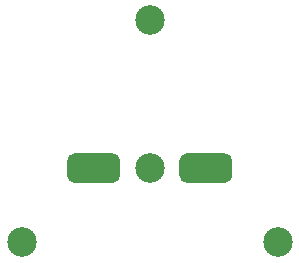
<source format=gtl>
G04 #@! TF.GenerationSoftware,KiCad,Pcbnew,(5.1.7)-1*
G04 #@! TF.CreationDate,2022-06-07T01:14:45+02:00*
G04 #@! TF.ProjectId,Kondensator-Adapter-25mm,4b6f6e64-656e-4736-9174-6f722d416461,rev?*
G04 #@! TF.SameCoordinates,Original*
G04 #@! TF.FileFunction,Copper,L1,Top*
G04 #@! TF.FilePolarity,Positive*
%FSLAX46Y46*%
G04 Gerber Fmt 4.6, Leading zero omitted, Abs format (unit mm)*
G04 Created by KiCad (PCBNEW (5.1.7)-1) date 2022-06-07 01:14:45*
%MOMM*%
%LPD*%
G01*
G04 APERTURE LIST*
G04 #@! TA.AperFunction,ComponentPad*
%ADD10C,2.500000*%
G04 #@! TD*
G04 APERTURE END LIST*
G04 #@! TA.AperFunction,ComponentPad*
G36*
G01*
X168000000Y-40625000D02*
X168000000Y-39375000D01*
G75*
G02*
X168625000Y-38750000I625000J0D01*
G01*
X171875000Y-38750000D01*
G75*
G02*
X172500000Y-39375000I0J-625000D01*
G01*
X172500000Y-40625000D01*
G75*
G02*
X171875000Y-41250000I-625000J0D01*
G01*
X168625000Y-41250000D01*
G75*
G02*
X168000000Y-40625000I0J625000D01*
G01*
G37*
G04 #@! TD.AperFunction*
G04 #@! TA.AperFunction,ComponentPad*
G36*
G01*
X177500000Y-40625000D02*
X177500000Y-39375000D01*
G75*
G02*
X178125000Y-38750000I625000J0D01*
G01*
X181375000Y-38750000D01*
G75*
G02*
X182000000Y-39375000I0J-625000D01*
G01*
X182000000Y-40625000D01*
G75*
G02*
X181375000Y-41250000I-625000J0D01*
G01*
X178125000Y-41250000D01*
G75*
G02*
X177500000Y-40625000I0J625000D01*
G01*
G37*
G04 #@! TD.AperFunction*
D10*
X185825318Y-46250000D03*
X175000000Y-27500000D03*
X164174682Y-46250000D03*
X175000000Y-40000000D03*
M02*

</source>
